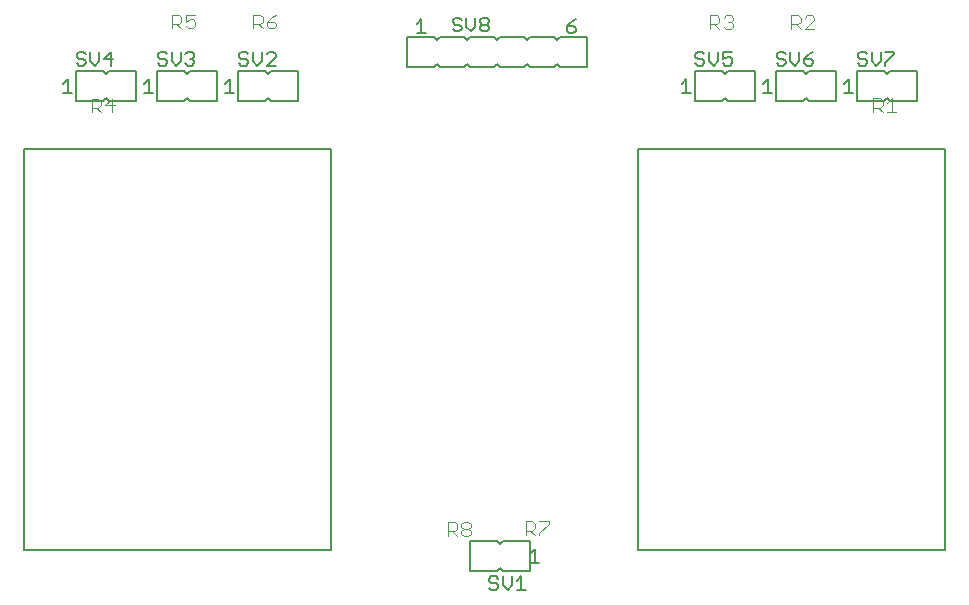
<source format=gto>
G04 EAGLE Gerber X2 export*
%TF.Part,Single*%
%TF.FileFunction,Legend,Top,1*%
%TF.FilePolarity,Positive*%
%TF.GenerationSoftware,Autodesk,EAGLE,9.0.1*%
%TF.CreationDate,2018-06-02T06:47:05Z*%
G75*
%MOMM*%
%FSLAX34Y34*%
%LPD*%
%AMOC8*
5,1,8,0,0,1.08239X$1,22.5*%
G01*
%ADD10C,0.152400*%
%ADD11C,0.127000*%
%ADD12C,0.101600*%


D10*
X528500Y412300D02*
X528500Y437700D01*
X505640Y437700D01*
X503100Y435160D01*
X500560Y437700D01*
X490400Y437700D01*
X480240Y437700D01*
X480240Y412300D02*
X490400Y412300D01*
X500560Y412300D01*
X503100Y414840D01*
X505640Y412300D01*
X528500Y412300D01*
D11*
X501680Y405958D02*
X499773Y407865D01*
X495960Y407865D01*
X494053Y405958D01*
X494053Y404052D01*
X495960Y402145D01*
X499773Y402145D01*
X501680Y400238D01*
X501680Y398332D01*
X499773Y396425D01*
X495960Y396425D01*
X494053Y398332D01*
X505747Y400238D02*
X505747Y407865D01*
X505747Y400238D02*
X509560Y396425D01*
X513374Y400238D01*
X513374Y407865D01*
X517441Y404052D02*
X521254Y407865D01*
X521254Y396425D01*
X517441Y396425D02*
X525067Y396425D01*
X528871Y426912D02*
X532684Y430725D01*
X532684Y419285D01*
X528871Y419285D02*
X536498Y419285D01*
X490400Y412300D02*
X477700Y412300D01*
X477700Y437700D01*
X490400Y437700D01*
X100000Y430000D02*
X100000Y770000D01*
X100000Y430000D02*
X360000Y430000D01*
X360000Y770000D01*
X100000Y770000D01*
X620000Y770000D02*
X620000Y430000D01*
X880000Y430000D01*
X880000Y770000D01*
X620000Y770000D01*
D12*
X819308Y800833D02*
X819308Y812527D01*
X825155Y812527D01*
X827104Y810578D01*
X827104Y806680D01*
X825155Y804731D01*
X819308Y804731D01*
X823206Y804731D02*
X827104Y800833D01*
X831002Y808629D02*
X834900Y812527D01*
X834900Y800833D01*
X831002Y800833D02*
X838798Y800833D01*
D10*
X281500Y810300D02*
X281500Y835700D01*
X281500Y810300D02*
X304360Y810300D01*
X306900Y812840D01*
X309440Y810300D01*
X319600Y810300D01*
X329760Y810300D01*
X329760Y835700D02*
X319600Y835700D01*
X309440Y835700D01*
X306900Y833160D01*
X304360Y835700D01*
X281500Y835700D01*
D11*
X289762Y849678D02*
X287855Y851585D01*
X284042Y851585D01*
X282135Y849678D01*
X282135Y847772D01*
X284042Y845865D01*
X287855Y845865D01*
X289762Y843958D01*
X289762Y842052D01*
X287855Y840145D01*
X284042Y840145D01*
X282135Y842052D01*
X293829Y843958D02*
X293829Y851585D01*
X293829Y843958D02*
X297642Y840145D01*
X301455Y843958D01*
X301455Y851585D01*
X305523Y840145D02*
X313149Y840145D01*
X305523Y840145D02*
X313149Y847772D01*
X313149Y849678D01*
X311243Y851585D01*
X307430Y851585D01*
X305523Y849678D01*
X274518Y828725D02*
X270705Y824912D01*
X274518Y828725D02*
X274518Y817285D01*
X270705Y817285D02*
X278332Y817285D01*
X319600Y835700D02*
X332300Y835700D01*
X332300Y810300D01*
X319600Y810300D01*
D10*
X212750Y810300D02*
X212750Y835700D01*
X212750Y810300D02*
X235610Y810300D01*
X238150Y812840D01*
X240690Y810300D01*
X250850Y810300D01*
X261010Y810300D01*
X261010Y835700D02*
X250850Y835700D01*
X240690Y835700D01*
X238150Y833160D01*
X235610Y835700D01*
X212750Y835700D01*
D11*
X221012Y849678D02*
X219105Y851585D01*
X215292Y851585D01*
X213385Y849678D01*
X213385Y847772D01*
X215292Y845865D01*
X219105Y845865D01*
X221012Y843958D01*
X221012Y842052D01*
X219105Y840145D01*
X215292Y840145D01*
X213385Y842052D01*
X225079Y843958D02*
X225079Y851585D01*
X225079Y843958D02*
X228892Y840145D01*
X232705Y843958D01*
X232705Y851585D01*
X236773Y849678D02*
X238680Y851585D01*
X242493Y851585D01*
X244399Y849678D01*
X244399Y847772D01*
X242493Y845865D01*
X240586Y845865D01*
X242493Y845865D02*
X244399Y843958D01*
X244399Y842052D01*
X242493Y840145D01*
X238680Y840145D01*
X236773Y842052D01*
X205768Y828725D02*
X201955Y824912D01*
X205768Y828725D02*
X205768Y817285D01*
X201955Y817285D02*
X209582Y817285D01*
X250850Y835700D02*
X263550Y835700D01*
X263550Y810300D01*
X250850Y810300D01*
D10*
X144000Y810300D02*
X144000Y835700D01*
X144000Y810300D02*
X166860Y810300D01*
X169400Y812840D01*
X171940Y810300D01*
X182100Y810300D01*
X192260Y810300D01*
X192260Y835700D02*
X182100Y835700D01*
X171940Y835700D01*
X169400Y833160D01*
X166860Y835700D01*
X144000Y835700D01*
D11*
X152262Y849678D02*
X150355Y851585D01*
X146542Y851585D01*
X144635Y849678D01*
X144635Y847772D01*
X146542Y845865D01*
X150355Y845865D01*
X152262Y843958D01*
X152262Y842052D01*
X150355Y840145D01*
X146542Y840145D01*
X144635Y842052D01*
X156329Y843958D02*
X156329Y851585D01*
X156329Y843958D02*
X160142Y840145D01*
X163955Y843958D01*
X163955Y851585D01*
X173743Y851585D02*
X173743Y840145D01*
X168023Y845865D02*
X173743Y851585D01*
X175649Y845865D02*
X168023Y845865D01*
X137018Y828725D02*
X133205Y824912D01*
X137018Y828725D02*
X137018Y817285D01*
X133205Y817285D02*
X140832Y817285D01*
X182100Y835700D02*
X194800Y835700D01*
X194800Y810300D01*
X182100Y810300D01*
D10*
X668000Y810300D02*
X668000Y835700D01*
X668000Y810300D02*
X690860Y810300D01*
X693400Y812840D01*
X695940Y810300D01*
X706100Y810300D01*
X716260Y810300D01*
X716260Y835700D02*
X706100Y835700D01*
X695940Y835700D01*
X693400Y833160D01*
X690860Y835700D01*
X668000Y835700D01*
D11*
X676262Y849678D02*
X674355Y851585D01*
X670542Y851585D01*
X668635Y849678D01*
X668635Y847772D01*
X670542Y845865D01*
X674355Y845865D01*
X676262Y843958D01*
X676262Y842052D01*
X674355Y840145D01*
X670542Y840145D01*
X668635Y842052D01*
X680329Y843958D02*
X680329Y851585D01*
X680329Y843958D02*
X684142Y840145D01*
X687955Y843958D01*
X687955Y851585D01*
X692023Y851585D02*
X699649Y851585D01*
X692023Y851585D02*
X692023Y845865D01*
X695836Y847772D01*
X697743Y847772D01*
X699649Y845865D01*
X699649Y842052D01*
X697743Y840145D01*
X693930Y840145D01*
X692023Y842052D01*
X661018Y828725D02*
X657205Y824912D01*
X661018Y828725D02*
X661018Y817285D01*
X657205Y817285D02*
X664832Y817285D01*
X706100Y835700D02*
X718800Y835700D01*
X718800Y810300D01*
X706100Y810300D01*
D10*
X736750Y810300D02*
X736750Y835700D01*
X736750Y810300D02*
X759610Y810300D01*
X762150Y812840D01*
X764690Y810300D01*
X774850Y810300D01*
X785010Y810300D01*
X785010Y835700D02*
X774850Y835700D01*
X764690Y835700D01*
X762150Y833160D01*
X759610Y835700D01*
X736750Y835700D01*
D11*
X745012Y849678D02*
X743105Y851585D01*
X739292Y851585D01*
X737385Y849678D01*
X737385Y847772D01*
X739292Y845865D01*
X743105Y845865D01*
X745012Y843958D01*
X745012Y842052D01*
X743105Y840145D01*
X739292Y840145D01*
X737385Y842052D01*
X749079Y843958D02*
X749079Y851585D01*
X749079Y843958D02*
X752892Y840145D01*
X756705Y843958D01*
X756705Y851585D01*
X764586Y849678D02*
X768399Y851585D01*
X764586Y849678D02*
X760773Y845865D01*
X760773Y842052D01*
X762680Y840145D01*
X766493Y840145D01*
X768399Y842052D01*
X768399Y843958D01*
X766493Y845865D01*
X760773Y845865D01*
X729768Y828725D02*
X725955Y824912D01*
X729768Y828725D02*
X729768Y817285D01*
X725955Y817285D02*
X733582Y817285D01*
X774850Y835700D02*
X787550Y835700D01*
X787550Y810300D01*
X774850Y810300D01*
D10*
X805500Y810300D02*
X805500Y835700D01*
X805500Y810300D02*
X828360Y810300D01*
X830900Y812840D01*
X833440Y810300D01*
X843600Y810300D01*
X853760Y810300D01*
X853760Y835700D02*
X843600Y835700D01*
X833440Y835700D01*
X830900Y833160D01*
X828360Y835700D01*
X805500Y835700D01*
D11*
X813762Y849678D02*
X811855Y851585D01*
X808042Y851585D01*
X806135Y849678D01*
X806135Y847772D01*
X808042Y845865D01*
X811855Y845865D01*
X813762Y843958D01*
X813762Y842052D01*
X811855Y840145D01*
X808042Y840145D01*
X806135Y842052D01*
X817829Y843958D02*
X817829Y851585D01*
X817829Y843958D02*
X821642Y840145D01*
X825455Y843958D01*
X825455Y851585D01*
X829523Y851585D02*
X837149Y851585D01*
X837149Y849678D01*
X829523Y842052D01*
X829523Y840145D01*
X798518Y828725D02*
X794705Y824912D01*
X798518Y828725D02*
X798518Y817285D01*
X794705Y817285D02*
X802332Y817285D01*
X843600Y835700D02*
X856300Y835700D01*
X856300Y810300D01*
X843600Y810300D01*
D12*
X749808Y871208D02*
X749808Y882902D01*
X755655Y882902D01*
X757604Y880953D01*
X757604Y877055D01*
X755655Y875106D01*
X749808Y875106D01*
X753706Y875106D02*
X757604Y871208D01*
X761502Y871208D02*
X769298Y871208D01*
X761502Y871208D02*
X769298Y879004D01*
X769298Y880953D01*
X767349Y882902D01*
X763451Y882902D01*
X761502Y880953D01*
X680808Y882902D02*
X680808Y871208D01*
X680808Y882902D02*
X686655Y882902D01*
X688604Y880953D01*
X688604Y877055D01*
X686655Y875106D01*
X680808Y875106D01*
X684706Y875106D02*
X688604Y871208D01*
X692502Y880953D02*
X694451Y882902D01*
X698349Y882902D01*
X700298Y880953D01*
X700298Y879004D01*
X698349Y877055D01*
X696400Y877055D01*
X698349Y877055D02*
X700298Y875106D01*
X700298Y873157D01*
X698349Y871208D01*
X694451Y871208D01*
X692502Y873157D01*
X157308Y812402D02*
X157308Y800708D01*
X157308Y812402D02*
X163155Y812402D01*
X165104Y810453D01*
X165104Y806555D01*
X163155Y804606D01*
X157308Y804606D01*
X161206Y804606D02*
X165104Y800708D01*
X174849Y800708D02*
X174849Y812402D01*
X169002Y806555D01*
X176798Y806555D01*
X225308Y871708D02*
X225308Y883402D01*
X231155Y883402D01*
X233104Y881453D01*
X233104Y877555D01*
X231155Y875606D01*
X225308Y875606D01*
X229206Y875606D02*
X233104Y871708D01*
X237002Y883402D02*
X244798Y883402D01*
X237002Y883402D02*
X237002Y877555D01*
X240900Y879504D01*
X242849Y879504D01*
X244798Y877555D01*
X244798Y873657D01*
X242849Y871708D01*
X238951Y871708D01*
X237002Y873657D01*
X294308Y871708D02*
X294308Y883402D01*
X300155Y883402D01*
X302104Y881453D01*
X302104Y877555D01*
X300155Y875606D01*
X294308Y875606D01*
X298206Y875606D02*
X302104Y871708D01*
X309900Y881453D02*
X313798Y883402D01*
X309900Y881453D02*
X306002Y877555D01*
X306002Y873657D01*
X307951Y871708D01*
X311849Y871708D01*
X313798Y873657D01*
X313798Y875606D01*
X311849Y877555D01*
X306002Y877555D01*
X524820Y454302D02*
X524820Y442608D01*
X524820Y454302D02*
X530667Y454302D01*
X532616Y452353D01*
X532616Y448455D01*
X530667Y446506D01*
X524820Y446506D01*
X528718Y446506D02*
X532616Y442608D01*
X536514Y454302D02*
X544310Y454302D01*
X544310Y452353D01*
X536514Y444557D01*
X536514Y442608D01*
X458820Y442108D02*
X458820Y453802D01*
X464667Y453802D01*
X466616Y451853D01*
X466616Y447955D01*
X464667Y446006D01*
X458820Y446006D01*
X462718Y446006D02*
X466616Y442108D01*
X470514Y451853D02*
X472463Y453802D01*
X476361Y453802D01*
X478310Y451853D01*
X478310Y449904D01*
X476361Y447955D01*
X478310Y446006D01*
X478310Y444057D01*
X476361Y442108D01*
X472463Y442108D01*
X470514Y444057D01*
X470514Y446006D01*
X472463Y447955D01*
X470514Y449904D01*
X470514Y451853D01*
X472463Y447955D02*
X476361Y447955D01*
D10*
X424300Y839300D02*
X424300Y864700D01*
X424300Y839300D02*
X447160Y839300D01*
X449700Y841840D01*
X452240Y839300D01*
X472560Y839300D01*
X475100Y841840D01*
X477640Y839300D01*
X497960Y839300D01*
X500500Y841840D01*
X503040Y839300D01*
X523360Y839300D01*
X525900Y841840D01*
X528440Y839300D01*
X548760Y839300D01*
X553840Y839300D02*
X576700Y839300D01*
X576700Y864700D01*
X553840Y864700D01*
X548760Y864700D02*
X528440Y864700D01*
X525900Y862160D01*
X523360Y864700D01*
X503040Y864700D01*
X500500Y862160D01*
X497960Y864700D01*
X477640Y864700D01*
X475100Y862160D01*
X472560Y864700D01*
X452240Y864700D01*
X449700Y862160D01*
X447160Y864700D01*
X424300Y864700D01*
X551300Y862160D02*
X553840Y864700D01*
X551300Y862160D02*
X548760Y864700D01*
X551300Y841840D02*
X553840Y839300D01*
X551300Y841840D02*
X548760Y839300D01*
D11*
X470662Y878678D02*
X468755Y880585D01*
X464942Y880585D01*
X463035Y878678D01*
X463035Y876772D01*
X464942Y874865D01*
X468755Y874865D01*
X470662Y872958D01*
X470662Y871052D01*
X468755Y869145D01*
X464942Y869145D01*
X463035Y871052D01*
X474729Y872958D02*
X474729Y880585D01*
X474729Y872958D02*
X478542Y869145D01*
X482355Y872958D01*
X482355Y880585D01*
X486423Y878678D02*
X488330Y880585D01*
X492143Y880585D01*
X494049Y878678D01*
X494049Y876772D01*
X492143Y874865D01*
X494049Y872958D01*
X494049Y871052D01*
X492143Y869145D01*
X488330Y869145D01*
X486423Y871052D01*
X486423Y872958D01*
X488330Y874865D01*
X486423Y876772D01*
X486423Y878678D01*
X488330Y874865D02*
X492143Y874865D01*
X436368Y879315D02*
X432555Y875502D01*
X436368Y879315D02*
X436368Y867875D01*
X432555Y867875D02*
X440182Y867875D01*
X563368Y877408D02*
X567182Y879315D01*
X563368Y877408D02*
X559555Y873595D01*
X559555Y869782D01*
X561462Y867875D01*
X565275Y867875D01*
X567182Y869782D01*
X567182Y871688D01*
X565275Y873595D01*
X559555Y873595D01*
M02*

</source>
